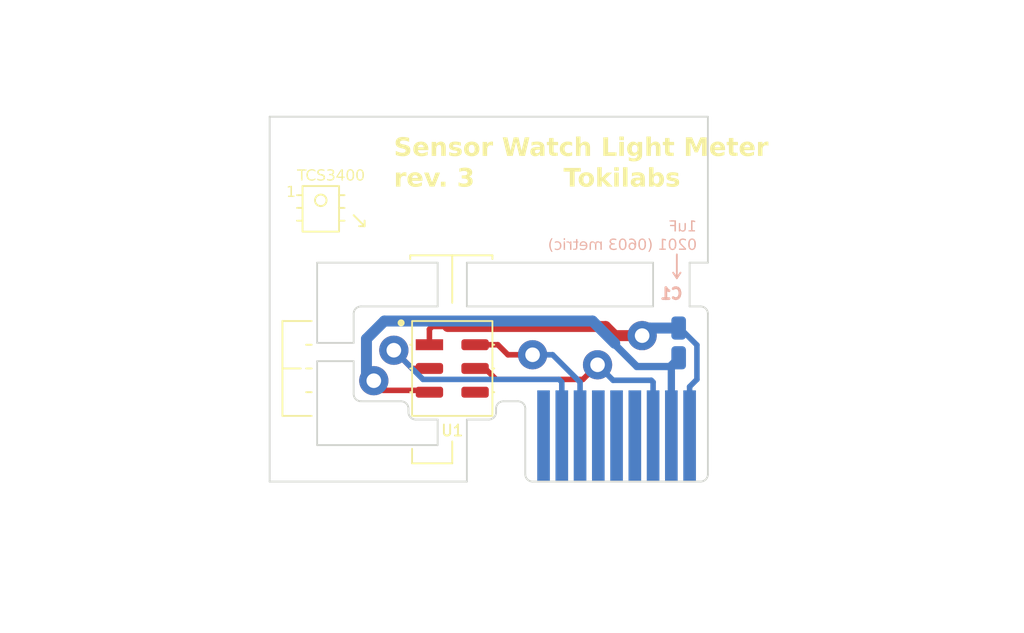
<source format=kicad_pcb>
(kicad_pcb (version 20221018) (generator pcbnew)
  (layers (0 "F.Cu" signal) (31 "B.Cu" signal) (34 "B.Paste" user) (35 "F.Paste" user) (36 "B.SilkS" user "B.Silkscreen") (37 "F.SilkS" user "F.Silkscreen") (38 "B.Mask" user) (39 "F.Mask" user) (44 "Edge.Cuts" user))
  (net 0 "")
  (net 1 "GND")
  (net 2 "VCC")
  (net 3 "unconnected-(U1-I{slash}C-Pad4)")
  (net 5 "/SDA")
  (net 6 "/SCL")
  (net 7 "/A4_INT")
  (footprint "sensor_watch_lightmeter:TCS3400" (layer "F.Cu") (at 62.5 79.9)
    (fp_text reference "U1" (at 0 1.7 unlocked) (layer "F.SilkS") (effects (font (size 0.3 0.3) (thickness 0.05))))
    (fp_text value "TCS3400" hide)
    (fp_rect (start -1.1 -1.3) (end 1.1 1.3) (stroke (width 0.05)) (fill none) (layer "F.SilkS"))
    (pad "1" smd rect (at -0.625 -0.65) (size 0.75 0.3) (layers "F.Cu" "F.Paste" "F.Mask") (net 2 "VCC"))
    (pad "2" smd roundrect (at -0.625 0) (size 0.75 0.3) (layers "F.Cu" "F.Paste" "F.Mask") (net 6 "/SCL"))
    (pad "3" smd roundrect (at -0.625 0.65) (size 0.75 0.3) (layers "F.Cu" "F.Paste" "F.Mask") (net 1 "GND"))
    (pad "4" smd roundrect (at 0.625 0.65) (size 0.75 0.3) (layers "F.Cu" "F.Paste" "F.Mask") (net 3 "unconnected-(U1-I{slash}C-Pad4)"))
    (pad "5" smd roundrect (at 0.625 0) (size 0.75 0.3) (layers "F.Cu" "F.Paste" "F.Mask") (net 7 "/A4_INT"))
    (pad "6" smd roundrect (at 0.625 -0.65) (size 0.75 0.3) (layers "F.Cu" "F.Paste" "F.Mask") (net 5 "/SDA"))
  )
  (footprint "sensor_watch_lightmeter:FH19C9S05SH10-FFC" (layer "F.Cu") (at 67 79.5)
    (fp_text reference "U2" hide)
    (fp_text value "FH19C-9S-0.5SH_10-FFC" hide)
    (pad "1" smd rect (at 2 2.25 90) (size 2.5 0.347) (layers "B.Cu" "B.Mask") (net 2 "VCC"))
    (pad "2" smd rect (at 1.5 2.25 90) (size 2.5 0.347) (layers "B.Cu" "B.Mask") (net 1 "GND"))
    (pad "3" smd rect (at 1 2.25 90) (size 2.5 0.347) (layers "B.Cu" "B.Mask") (net 7 "/A4_INT"))
    (pad "4" smd rect (at 0.5 2.25 90) (size 2.5 0.347) (layers "B.Cu" "B.Mask"))
    (pad "5" smd rect (at 0 2.25 90) (size 2.5 0.347) (layers "B.Cu" "B.Mask"))
    (pad "6" smd rect (at -0.5 2.25 90) (size 2.5 0.347) (layers "B.Cu" "B.Mask"))
    (pad "7" smd rect (at -1 2.25 90) (size 2.5 0.347) (layers "B.Cu" "B.Mask") (net 5 "/SDA"))
    (pad "8" smd rect (at -1.5 2.25 90) (size 2.5 0.347) (layers "B.Cu" "B.Mask") (net 6 "/SCL"))
    (pad "9" smd rect (at -2 2.25 90) (size 2.5 0.347) (layers "B.Cu" "B.Mask"))
  )
  (footprint "Capacitor_SMD:C_0201_0603Metric_Pad0.64x0.40mm_HandSolder" (layer "B.Cu") (at 68.7 79.2 -90)
    (fp_text reference "C1" (at -1.35 0.2 -180) (layer "B.SilkS") (effects (font (size 0.3 0.3) (thickness 0.075)) (justify mirror)))
    (fp_text value "1uF" hide)
    (pad "1" smd roundrect (at -0.4075 0 270) (size 0.635 0.4) (layers "B.Cu" "B.Mask") (net 2 "VCC"))
    (pad "2" smd roundrect (at 0.4075 0 270) (size 0.635 0.4) (layers "B.Cu" "B.Mask") (net 1 "GND"))
  )
  (gr_line (start 68.65 76.775) (end 68.65 77.425) (stroke (width 0.05)) (layer "B.SilkS"))
  (gr_line (start 68.65 77.425) (end 68.55 77.275) (stroke (width 0.05)) (layer "B.SilkS"))
  (gr_line (start 68.65 77.425) (end 68.75 77.275) (stroke (width 0.05)) (layer "B.SilkS"))
  (gr_line (start 58.65 80.55) (end 58.5 80.55) (stroke (width 0.05)) (layer "F.SilkS"))
  (gr_line (start 61.4 79.9) (end 61.35 79.9) (stroke (width 0.05)) (layer "F.SilkS"))
  (gr_line (start 57.85 78.6) (end 57.85 81.2) (stroke (width 0.05)) (layer "F.SilkS"))
  (gr_line (start 58.4 75.5) (end 58.25 75.5) (stroke (width 0.05)) (layer "F.SilkS"))
  (gr_line (start 58.35 79.9) (end 57.85 79.9) (stroke (width 0.05)) (layer "F.SilkS"))
  (gr_line (start 62.5 78.1) (end 62.5 76.8) (stroke (width 0.05)) (layer "F.SilkS"))
  (gr_line (start 62.5 81.9) (end 62.5 82.5) (stroke (width 0.05)) (layer "F.SilkS"))
  (gr_line (start 63.6 79.9) (end 63.65 79.9) (stroke (width 0.05)) (layer "F.SilkS"))
  (gr_line (start 58.4 75.15) (end 58.25 75.15) (stroke (width 0.05)) (layer "F.SilkS"))
  (gr_line (start 59.55 75.15) (end 59.4 75.15) (stroke (width 0.05)) (layer "F.SilkS"))
  (gr_line (start 61.4 82.5) (end 61.4 82.1) (stroke (width 0.05)) (layer "F.SilkS"))
  (gr_circle (center 58.9 75.291887) (end 58.95 75.441887) (stroke (width 0.05)) (fill none) (layer "F.SilkS"))
  (gr_rect (start 58.4 74.9) (end 59.4 76.15) (stroke (width 0.05)) (fill none) (layer "F.SilkS"))
  (gr_line (start 58.65 79.9) (end 58.5 79.9) (stroke (width 0.05)) (layer "F.SilkS"))
  (gr_line (start 59.55 75.5) (end 59.4 75.5) (stroke (width 0.05)) (layer "F.SilkS"))
  (gr_line (start 63.6 80.55) (end 63.65 80.55) (stroke (width 0.05)) (layer "F.SilkS"))
  (gr_line (start 59.55 75.85) (end 59.4 75.85) (stroke (width 0.05)) (layer "F.SilkS"))
  (gr_line (start 61.4 80.55) (end 61.35 80.55) (stroke (width 0.05)) (layer "F.SilkS"))
  (gr_line (start 62.5 76.8) (end 61.35 76.8) (stroke (width 0.05)) (layer "F.SilkS"))
  (gr_line (start 58.65 81.2) (end 57.85 81.2) (stroke (width 0.05)) (layer "F.SilkS"))
  (gr_line (start 63.6 76.8) (end 63.6 76.9) (stroke (width 0.05)) (layer "F.SilkS"))
  (gr_line (start 60.1 76) (end 60.1 75.85) (stroke (width 0.05)) (layer "F.SilkS"))
  (gr_line (start 63.6 76.8) (end 62.5 76.8) (stroke (width 0.05)) (layer "F.SilkS"))
  (gr_line (start 63.6 79.25) (end 63.65 79.25) (stroke (width 0.05)) (layer "F.SilkS"))
  (gr_line (start 62.5 82.5) (end 61.4 82.5) (stroke (width 0.05)) (layer "F.SilkS"))
  (gr_line (start 61.35 76.8) (end 61.35 76.9) (stroke (width 0.05)) (layer "F.SilkS"))
  (gr_line (start 58.65 78.6) (end 57.85 78.6) (stroke (width 0.05)) (layer "F.SilkS"))
  (gr_line (start 58.65 79.25) (end 58.5 79.25) (stroke (width 0.05)) (layer "F.SilkS"))
  (gr_circle (center 61.1 78.65) (end 61.170711 78.65) (stroke (width 0.05)) (fill solid) (layer "F.SilkS"))
  (gr_line (start 58.4 75.85) (end 58.25 75.85) (stroke (width 0.05)) (layer "F.SilkS"))
  (gr_line (start 61.4 79.25) (end 61.35 79.25) (stroke (width 0.05)) (layer "F.SilkS"))
  (gr_line (start 59.8 75.7) (end 60.1 76) (stroke (width 0.05)) (layer "F.SilkS"))
  (gr_line (start 60.1 76) (end 59.95 76) (stroke (width 0.05)) (layer "F.SilkS"))
  (gr_arc (start 59.8 78.4) (mid 59.858579 78.258579) (end 60 78.2) (stroke (width 0.05)) (layer "Edge.Cuts"))
  (gr_line (start 69.3 83) (end 64.7 83) (stroke (width 0.05)) (layer "Edge.Cuts"))
  (gr_arc (start 69.5 82.8) (mid 69.441421 82.941421) (end 69.3 83) (stroke (width 0.05)) (layer "Edge.Cuts"))
  (gr_line (start 64.3 80.8) (end 63.9 80.8) (stroke (width 0.05)) (layer "Edge.Cuts"))
  (gr_line (start 69 78.2) (end 69 77) (stroke (width 0.05)) (layer "Edge.Cuts"))
  (gr_line (start 62.1 78.2) (end 62.1 77) (stroke (width 0.05)) (layer "Edge.Cuts"))
  (gr_arc (start 60 80.8) (mid 59.858579 80.741421) (end 59.8 80.6) (stroke (width 0.05)) (layer "Edge.Cuts"))
  (gr_line (start 57.5 83) (end 62.9 83) (stroke (width 0.05)) (layer "Edge.Cuts"))
  (gr_line (start 62.9 78.2) (end 68 78.2) (stroke (width 0.05)) (layer "Edge.Cuts"))
  (gr_line (start 58.8 82) (end 62.1 82) (stroke (width 0.05)) (layer "Edge.Cuts"))
  (gr_arc (start 61.5 81.3) (mid 61.358579 81.241421) (end 61.3 81.1) (stroke (width 0.05)) (layer "Edge.Cuts"))
  (gr_line (start 68 77) (end 62.9 77) (stroke (width 0.05)) (layer "Edge.Cuts"))
  (gr_line (start 59.8 79.7) (end 58.8 79.7) (stroke (width 0.05)) (layer "Edge.Cuts"))
  (gr_line (start 59.8 78.4) (end 59.8 79.2) (stroke (width 0.05)) (layer "Edge.Cuts"))
  (gr_line (start 62.9 83) (end 62.9 81.3) (stroke (width 0.05)) (layer "Edge.Cuts"))
  (gr_line (start 62.1 81.3) (end 61.5 81.3) (stroke (width 0.05)) (layer "Edge.Cuts"))
  (gr_line (start 62.1 77) (end 58.8 77) (stroke (width 0.05)) (layer "Edge.Cuts"))
  (gr_arc (start 69.3 78.2) (mid 69.441421 78.258579) (end 69.5 78.4) (stroke (width 0.05)) (layer "Edge.Cuts"))
  (gr_line (start 69.5 73) (end 57.5 73) (stroke (width 0.05)) (layer "Edge.Cuts"))
  (gr_line (start 69.5 77) (end 69.5 73) (stroke (width 0.05)) (layer "Edge.Cuts"))
  (gr_line (start 69.5 78.4) (end 69.5 82.8) (stroke (width 0.05)) (layer "Edge.Cuts"))
  (gr_line (start 58.8 79.7) (end 58.8 82) (stroke (width 0.05)) (layer "Edge.Cuts"))
  (gr_arc (start 64.3 80.8) (mid 64.441421 80.858579) (end 64.5 81) (stroke (width 0.05)) (layer "Edge.Cuts"))
  (gr_arc (start 61.1 80.8) (mid 61.241421 80.858579) (end 61.3 81) (stroke (width 0.05)) (layer "Edge.Cuts"))
  (gr_line (start 62.1 78.2) (end 60 78.2) (stroke (width 0.05)) (layer "Edge.Cuts"))
  (gr_line (start 63.7 81) (end 63.7 81.1) (stroke (width 0.05)) (layer "Edge.Cuts"))
  (gr_line (start 61.3 81) (end 61.3 81.1) (stroke (width 0.05)) (layer "Edge.Cuts"))
  (gr_line (start 59.8 79.7) (end 59.8 80.6) (stroke (width 0.05)) (layer "Edge.Cuts"))
  (gr_line (start 62.9 77) (end 62.9 78.2) (stroke (width 0.05)) (layer "Edge.Cuts"))
  (gr_line (start 69.5 77) (end 69 77) (stroke (width 0.05)) (layer "Edge.Cuts"))
  (gr_line (start 69 78.2) (end 69.3 78.2) (stroke (width 0.05)) (layer "Edge.Cuts"))
  (gr_line (start 63.5 81.3) (end 62.9 81.3) (stroke (width 0.05)) (layer "Edge.Cuts"))
  (gr_arc (start 63.7 81) (mid 63.758579 80.858579) (end 63.9 80.8) (stroke (width 0.05)) (layer "Edge.Cuts"))
  (gr_line (start 64.5 82.8) (end 64.5 81) (stroke (width 0.05)) (layer "Edge.Cuts"))
  (gr_arc (start 63.7 81.1) (mid 63.641421 81.241421) (end 63.5 81.3) (stroke (width 0.05)) (layer "Edge.Cuts"))
  (gr_line (start 61.1 80.8) (end 60 80.8) (stroke (width 0.05)) (layer "Edge.Cuts"))
  (gr_line (start 68 77) (end 68 78.2) (stroke (width 0.05)) (layer "Edge.Cuts"))
  (gr_line (start 59.8 79.2) (end 58.8 79.2) (stroke (width 0.05)) (layer "Edge.Cuts"))
  (gr_line (start 62.1 82) (end 62.1 81.3) (stroke (width 0.05)) (layer "Edge.Cuts"))
  (gr_arc (start 64.7 83) (mid 64.558579 82.941421) (end 64.5 82.8) (stroke (width 0.05)) (layer "Edge.Cuts"))
  (gr_line (start 58.8 79.2) (end 58.8 77) (stroke (width 0.05)) (layer "Edge.Cuts"))
  (gr_line (start 57.5 73) (end 57.5 83) (stroke (width 0.05)) (layer "Edge.Cuts"))
  (gr_text "1uF\n0201 (0603 metric)" (at 69.2 76.7) (layer "B.SilkS") (effects (font (size 0.3 0.3) (thickness 0.075)) (justify left bottom mirror)))
  (gr_text "TCS3400" (at 58.25 74.8) (layer "F.SilkS") (effects (font (size 0.3 0.3) (thickness 0.075)) (justify left bottom)))
  (gr_text "Sensor Watch Light Meter\nrev. 3          Tokilabs\n" (at 60.9 75) (layer "F.SilkS") (effects (font (size 0.5 0.5) (thickness 0.125) bold) (justify left bottom)))
  (gr_text "1" (at 57.95 75.25) (layer "F.SilkS") (effects (font (size 0.3 0.3) (thickness 0.075)) (justify left bottom)))
  (segment (start 61.675 80.6) (end 61.72 80.6) (width 0.1524) (layer "F.Cu") (net 1))
  (segment (start 61.875 80.55) (end 61.825 80.5) (width 0.1524) (layer "F.Cu") (net 1))
  (segment (start 61.825 80.5) (end 60.616443 80.5) (width 0.1524) (layer "F.Cu") (net 1))
  (segment (start 60.616443 80.5) (end 60.3519 80.235457) (width 0.1524) (layer "F.Cu") (net 1))
  (segment (start 62.1 80.6) (end 62.11 80.61) (width 0.1524) (layer "F.Cu") (net 1))
  (segment (start 61.72 80.6) (end 61.73 80.61) (width 0.1524) (layer "F.Cu") (net 1))
  (via (at 60.3519 80.235457) (size 0.8) (drill 0.4) (layers "F.Cu" "B.Cu") (net 1))
  (segment (start 68.4599 79.8476) (end 68.7 79.6075) (width 0.2) (layer "B.Cu") (net 1))
  (segment (start 66.95 79.23995) (end 67.55765 79.8476) (width 0.2) (layer "B.Cu") (net 1))
  (segment (start 60.3519 80.235457) (end 60.224299 80.107856) (width 0.1524) (layer "B.Cu") (net 1))
  (segment (start 60.150499 79.089695) (end 60.640194 78.6) (width 0.3) (layer "B.Cu") (net 1))
  (segment (start 60.3519 80.235457) (end 60.150499 80.034056) (width 0.3) (layer "B.Cu") (net 1))
  (segment (start 66.95 79.209489) (end 66.95 79.23995) (width 0.2) (layer "B.Cu") (net 1))
  (segment (start 68.5 79.8075) (end 68.7 79.6075) (width 0.2) (layer "B.Cu") (net 1))
  (segment (start 68.5 80.045969) (end 68.5 81.75) (width 0.1524) (layer "B.Cu") (net 1))
  (segment (start 66.340511 78.6) (end 66.95 79.209489) (width 0.3) (layer "B.Cu") (net 1))
  (segment (start 68.5 81.75) (end 68.5 79.8075) (width 0.2) (layer "B.Cu") (net 1))
  (segment (start 60.640194 78.6) (end 66.340511 78.6) (width 0.3) (layer "B.Cu") (net 1))
  (segment (start 67.55765 79.8476) (end 68.4599 79.8476) (width 0.2) (layer "B.Cu") (net 1))
  (segment (start 60.150499 80.034056) (end 60.150499 79.089695) (width 0.3) (layer "B.Cu") (net 1))
  (segment (start 61.875 79.25) (end 61.875 78.825) (width 0.1524) (layer "F.Cu") (net 2))
  (segment (start 67.7 79) (end 66.95 79) (width 0.3) (layer "F.Cu") (net 2))
  (segment (start 66.7 78.75) (end 62.375 78.75) (width 0.3) (layer "F.Cu") (net 2))
  (segment (start 61.875 78.825) (end 61.95 78.75) (width 0.1524) (layer "F.Cu") (net 2))
  (segment (start 61.95 78.75) (end 62.375 78.75) (width 0.1524) (layer "F.Cu") (net 2))
  (segment (start 66.95 79) (end 66.7 78.75) (width 0.3) (layer "F.Cu") (net 2))
  (via (at 67.7 79) (size 0.8) (drill 0.4) (layers "F.Cu" "B.Cu") (net 2))
  (segment (start 68.734527 78.7925) (end 68.7 78.7925) (width 0.1524) (layer "B.Cu") (net 2))
  (segment (start 69.2 79.257973) (end 68.734527 78.7925) (width 0.1524) (layer "B.Cu") (net 2))
  (segment (start 69 81.75) (end 69 80.4) (width 0.1524) (layer "B.Cu") (net 2))
  (segment (start 69 80.4) (end 69.2 80.2) (width 0.1524) (layer "B.Cu") (net 2))
  (segment (start 68.7 78.7925) (end 67.9075 78.7925) (width 0.3) (layer "B.Cu") (net 2))
  (segment (start 67.9075 78.7925) (end 67.7 79) (width 0.3) (layer "B.Cu") (net 2))
  (segment (start 69.2 80.2) (end 69.2 79.257973) (width 0.1524) (layer "B.Cu") (net 2))
  (segment (start 62.925 80.6) (end 62.92 80.6) (width 0.1524) (layer "F.Cu") (net 3))
  (segment (start 63.75 79.25) (end 63.125 79.25) (width 0.1524) (layer "F.Cu") (net 5))
  (segment (start 64.0243 79.5243) (end 63.75 79.25) (width 0.1524) (layer "F.Cu") (net 5))
  (segment (start 64.7 79.5243) (end 64.0243 79.5243) (width 0.1524) (layer "F.Cu") (net 5))
  (via (at 64.7 79.5243) (size 0.8) (drill 0.4) (layers "F.Cu" "B.Cu") (net 5))
  (segment (start 66 80.275732) (end 65.248568 79.5243) (width 0.1524) (layer "B.Cu") (net 5))
  (segment (start 66 81.75) (end 66 80.275732) (width 0.1524) (layer "B.Cu") (net 5))
  (segment (start 65.248568 79.5243) (end 64.7 79.5243) (width 0.1524) (layer "B.Cu") (net 5))
  (segment (start 61.875 79.9) (end 61.400143 79.9) (width 0.1524) (layer "F.Cu") (net 6))
  (segment (start 61.400143 79.9) (end 60.900499 79.400356) (width 0.1524) (layer "F.Cu") (net 6))
  (via (at 60.900499 79.400356) (size 0.8) (drill 0.4) (layers "F.Cu" "B.Cu") (net 6))
  (segment (start 65.5 80.2741) (end 65.4259 80.2) (width 0.1524) (layer "B.Cu") (net 6))
  (segment (start 65.5 81.75) (end 65.5 80.2741) (width 0.1524) (layer "B.Cu") (net 6))
  (segment (start 61.700143 80.2) (end 60.900499 79.400356) (width 0.1524) (layer "B.Cu") (net 6))
  (segment (start 65.5 81.75) (end 65.4497 81.6997) (width 0.1524) (layer "B.Cu") (net 6))
  (segment (start 65.4259 80.2) (end 61.700143 80.2) (width 0.1524) (layer "B.Cu") (net 6))
  (segment (start 63.4007 79.9) (end 63.7012 80.2005) (width 0.1524) (layer "F.Cu") (net 7))
  (segment (start 66.478986 79.799136) (end 66.077622 80.2005) (width 0.1524) (layer "F.Cu") (net 7))
  (segment (start 66.077622 80.2005) (end 63.7012 80.2005) (width 0.1524) (layer "F.Cu") (net 7))
  (segment (start 63.125 79.9) (end 63.4007 79.9) (width 0.1524) (layer "F.Cu") (net 7))
  (via (at 66.478986 79.799136) (size 0.8) (drill 0.4) (layers "F.Cu" "B.Cu") (net 7))
  (segment (start 68 81.75) (end 68 80.2741) (width 0.1524) (layer "B.Cu") (net 7))
  (segment (start 67.9497 80.2238) (end 66.90365 80.2238) (width 0.1524) (layer "B.Cu") (net 7))
  (segment (start 66.90365 80.2238) (end 66.478986 79.799136) (width 0.1524) (layer "B.Cu") (net 7))
  (segment (start 68 80.2741) (end 67.9497 80.2238) (width 0.1524) (layer "B.Cu") (net 7))
)
</source>
